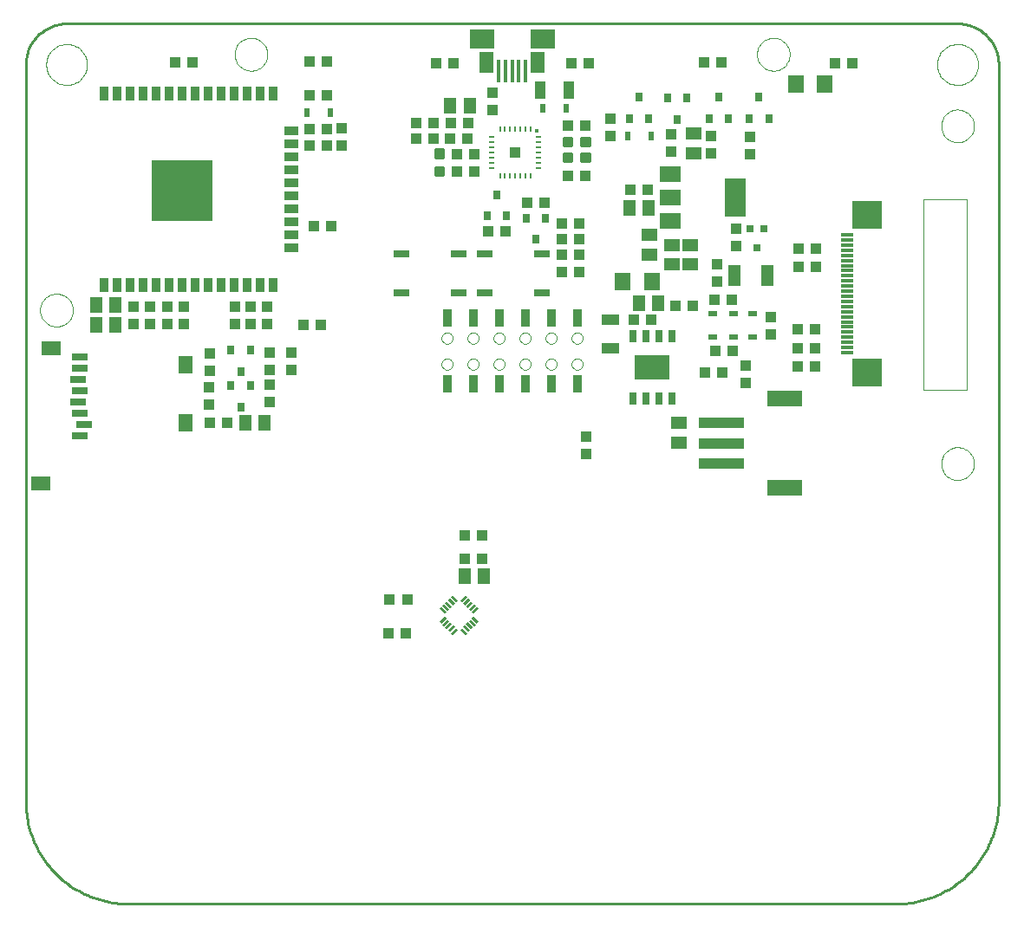
<source format=gtp>
G75*
%MOIN*%
%OFA0B0*%
%FSLAX24Y24*%
%IPPOS*%
%LPD*%
%AMOC8*
5,1,8,0,0,1.08239X$1,22.5*
%
%ADD10C,0.0100*%
%ADD11C,0.0000*%
%ADD12C,0.0039*%
%ADD13R,0.0102X0.0220*%
%ADD14R,0.0394X0.0394*%
%ADD15R,0.0118X0.0118*%
%ADD16R,0.0220X0.0102*%
%ADD17R,0.0177X0.0906*%
%ADD18R,0.0935X0.0748*%
%ADD19R,0.0581X0.0827*%
%ADD20R,0.0512X0.0591*%
%ADD21R,0.0394X0.0709*%
%ADD22R,0.0248X0.0327*%
%ADD23R,0.0315X0.0354*%
%ADD24R,0.0394X0.0433*%
%ADD25R,0.0433X0.0394*%
%ADD26R,0.0276X0.0276*%
%ADD27R,0.0327X0.0248*%
%ADD28R,0.0591X0.0512*%
%ADD29R,0.1181X0.1063*%
%ADD30R,0.0472X0.0118*%
%ADD31R,0.0472X0.0787*%
%ADD32R,0.0787X0.0591*%
%ADD33R,0.0787X0.1496*%
%ADD34R,0.0551X0.0709*%
%ADD35R,0.0748X0.0551*%
%ADD36R,0.0591X0.0315*%
%ADD37C,0.0118*%
%ADD38R,0.0354X0.0551*%
%ADD39R,0.0551X0.0354*%
%ADD40R,0.2362X0.2362*%
%ADD41R,0.0630X0.0710*%
%ADD42R,0.0709X0.0394*%
%ADD43R,0.1772X0.0394*%
%ADD44R,0.1339X0.0591*%
%ADD45R,0.0600X0.0300*%
%ADD46R,0.0354X0.0709*%
%ADD47R,0.0299X0.0500*%
%ADD48R,0.1339X0.0945*%
%ADD49R,0.0100X0.0280*%
D10*
X005927Y004947D02*
X035455Y004947D01*
X035579Y004949D01*
X035702Y004955D01*
X035826Y004964D01*
X035948Y004978D01*
X036071Y004995D01*
X036193Y005017D01*
X036314Y005042D01*
X036434Y005071D01*
X036553Y005103D01*
X036672Y005140D01*
X036789Y005180D01*
X036904Y005223D01*
X037019Y005271D01*
X037131Y005322D01*
X037242Y005376D01*
X037352Y005434D01*
X037459Y005495D01*
X037565Y005560D01*
X037668Y005628D01*
X037769Y005699D01*
X037868Y005773D01*
X037965Y005850D01*
X038059Y005931D01*
X038150Y006014D01*
X038239Y006100D01*
X038325Y006189D01*
X038408Y006280D01*
X038489Y006374D01*
X038566Y006471D01*
X038640Y006570D01*
X038711Y006671D01*
X038779Y006774D01*
X038844Y006880D01*
X038905Y006987D01*
X038963Y007097D01*
X039017Y007208D01*
X039068Y007320D01*
X039116Y007435D01*
X039159Y007550D01*
X039199Y007667D01*
X039236Y007786D01*
X039268Y007905D01*
X039297Y008025D01*
X039322Y008146D01*
X039344Y008268D01*
X039361Y008391D01*
X039375Y008513D01*
X039384Y008637D01*
X039390Y008760D01*
X039392Y008884D01*
X039392Y037231D01*
X039390Y037308D01*
X039384Y037385D01*
X039375Y037462D01*
X039362Y037538D01*
X039345Y037614D01*
X039324Y037688D01*
X039300Y037762D01*
X039272Y037834D01*
X039241Y037904D01*
X039206Y037973D01*
X039168Y038041D01*
X039127Y038106D01*
X039082Y038169D01*
X039034Y038230D01*
X038984Y038289D01*
X038931Y038345D01*
X038875Y038398D01*
X038816Y038448D01*
X038755Y038496D01*
X038692Y038541D01*
X038627Y038582D01*
X038559Y038620D01*
X038490Y038655D01*
X038420Y038686D01*
X038348Y038714D01*
X038274Y038738D01*
X038200Y038759D01*
X038124Y038776D01*
X038048Y038789D01*
X037971Y038798D01*
X037894Y038804D01*
X037817Y038806D01*
X003565Y038806D01*
X003488Y038804D01*
X003411Y038798D01*
X003334Y038789D01*
X003258Y038776D01*
X003182Y038759D01*
X003108Y038738D01*
X003034Y038714D01*
X002962Y038686D01*
X002892Y038655D01*
X002823Y038620D01*
X002755Y038582D01*
X002690Y038541D01*
X002627Y038496D01*
X002566Y038448D01*
X002507Y038398D01*
X002451Y038345D01*
X002398Y038289D01*
X002348Y038230D01*
X002300Y038169D01*
X002255Y038106D01*
X002214Y038041D01*
X002176Y037973D01*
X002141Y037904D01*
X002110Y037834D01*
X002082Y037762D01*
X002058Y037688D01*
X002037Y037614D01*
X002020Y037538D01*
X002007Y037462D01*
X001998Y037385D01*
X001992Y037308D01*
X001990Y037231D01*
X001990Y008884D01*
X001992Y008760D01*
X001998Y008637D01*
X002007Y008513D01*
X002021Y008391D01*
X002038Y008268D01*
X002060Y008146D01*
X002085Y008025D01*
X002114Y007905D01*
X002146Y007786D01*
X002183Y007667D01*
X002223Y007550D01*
X002266Y007435D01*
X002314Y007320D01*
X002365Y007208D01*
X002419Y007097D01*
X002477Y006987D01*
X002538Y006880D01*
X002603Y006774D01*
X002671Y006671D01*
X002742Y006570D01*
X002816Y006471D01*
X002893Y006374D01*
X002974Y006280D01*
X003057Y006189D01*
X003143Y006100D01*
X003232Y006014D01*
X003323Y005931D01*
X003417Y005850D01*
X003514Y005773D01*
X003613Y005699D01*
X003714Y005628D01*
X003817Y005560D01*
X003923Y005495D01*
X004030Y005434D01*
X004140Y005376D01*
X004251Y005322D01*
X004363Y005271D01*
X004478Y005223D01*
X004593Y005180D01*
X004710Y005140D01*
X004829Y005103D01*
X004948Y005071D01*
X005068Y005042D01*
X005189Y005017D01*
X005311Y004995D01*
X005434Y004978D01*
X005556Y004964D01*
X005680Y004955D01*
X005803Y004949D01*
X005927Y004947D01*
D11*
X017974Y025707D02*
X017976Y025736D01*
X017982Y025764D01*
X017991Y025792D01*
X018004Y025818D01*
X018021Y025841D01*
X018040Y025863D01*
X018062Y025882D01*
X018087Y025897D01*
X018113Y025910D01*
X018141Y025918D01*
X018169Y025923D01*
X018198Y025924D01*
X018227Y025921D01*
X018255Y025914D01*
X018282Y025904D01*
X018308Y025890D01*
X018331Y025873D01*
X018352Y025853D01*
X018370Y025830D01*
X018385Y025805D01*
X018396Y025778D01*
X018404Y025750D01*
X018408Y025721D01*
X018408Y025693D01*
X018404Y025664D01*
X018396Y025636D01*
X018385Y025609D01*
X018370Y025584D01*
X018352Y025561D01*
X018331Y025541D01*
X018308Y025524D01*
X018282Y025510D01*
X018255Y025500D01*
X018227Y025493D01*
X018198Y025490D01*
X018169Y025491D01*
X018141Y025496D01*
X018113Y025504D01*
X018087Y025517D01*
X018062Y025532D01*
X018040Y025551D01*
X018021Y025573D01*
X018004Y025596D01*
X017991Y025622D01*
X017982Y025650D01*
X017976Y025678D01*
X017974Y025707D01*
X017974Y026707D02*
X017976Y026736D01*
X017982Y026764D01*
X017991Y026792D01*
X018004Y026818D01*
X018021Y026841D01*
X018040Y026863D01*
X018062Y026882D01*
X018087Y026897D01*
X018113Y026910D01*
X018141Y026918D01*
X018169Y026923D01*
X018198Y026924D01*
X018227Y026921D01*
X018255Y026914D01*
X018282Y026904D01*
X018308Y026890D01*
X018331Y026873D01*
X018352Y026853D01*
X018370Y026830D01*
X018385Y026805D01*
X018396Y026778D01*
X018404Y026750D01*
X018408Y026721D01*
X018408Y026693D01*
X018404Y026664D01*
X018396Y026636D01*
X018385Y026609D01*
X018370Y026584D01*
X018352Y026561D01*
X018331Y026541D01*
X018308Y026524D01*
X018282Y026510D01*
X018255Y026500D01*
X018227Y026493D01*
X018198Y026490D01*
X018169Y026491D01*
X018141Y026496D01*
X018113Y026504D01*
X018087Y026517D01*
X018062Y026532D01*
X018040Y026551D01*
X018021Y026573D01*
X018004Y026596D01*
X017991Y026622D01*
X017982Y026650D01*
X017976Y026678D01*
X017974Y026707D01*
X018974Y026707D02*
X018976Y026736D01*
X018982Y026764D01*
X018991Y026792D01*
X019004Y026818D01*
X019021Y026841D01*
X019040Y026863D01*
X019062Y026882D01*
X019087Y026897D01*
X019113Y026910D01*
X019141Y026918D01*
X019169Y026923D01*
X019198Y026924D01*
X019227Y026921D01*
X019255Y026914D01*
X019282Y026904D01*
X019308Y026890D01*
X019331Y026873D01*
X019352Y026853D01*
X019370Y026830D01*
X019385Y026805D01*
X019396Y026778D01*
X019404Y026750D01*
X019408Y026721D01*
X019408Y026693D01*
X019404Y026664D01*
X019396Y026636D01*
X019385Y026609D01*
X019370Y026584D01*
X019352Y026561D01*
X019331Y026541D01*
X019308Y026524D01*
X019282Y026510D01*
X019255Y026500D01*
X019227Y026493D01*
X019198Y026490D01*
X019169Y026491D01*
X019141Y026496D01*
X019113Y026504D01*
X019087Y026517D01*
X019062Y026532D01*
X019040Y026551D01*
X019021Y026573D01*
X019004Y026596D01*
X018991Y026622D01*
X018982Y026650D01*
X018976Y026678D01*
X018974Y026707D01*
X018974Y025707D02*
X018976Y025736D01*
X018982Y025764D01*
X018991Y025792D01*
X019004Y025818D01*
X019021Y025841D01*
X019040Y025863D01*
X019062Y025882D01*
X019087Y025897D01*
X019113Y025910D01*
X019141Y025918D01*
X019169Y025923D01*
X019198Y025924D01*
X019227Y025921D01*
X019255Y025914D01*
X019282Y025904D01*
X019308Y025890D01*
X019331Y025873D01*
X019352Y025853D01*
X019370Y025830D01*
X019385Y025805D01*
X019396Y025778D01*
X019404Y025750D01*
X019408Y025721D01*
X019408Y025693D01*
X019404Y025664D01*
X019396Y025636D01*
X019385Y025609D01*
X019370Y025584D01*
X019352Y025561D01*
X019331Y025541D01*
X019308Y025524D01*
X019282Y025510D01*
X019255Y025500D01*
X019227Y025493D01*
X019198Y025490D01*
X019169Y025491D01*
X019141Y025496D01*
X019113Y025504D01*
X019087Y025517D01*
X019062Y025532D01*
X019040Y025551D01*
X019021Y025573D01*
X019004Y025596D01*
X018991Y025622D01*
X018982Y025650D01*
X018976Y025678D01*
X018974Y025707D01*
X019974Y025707D02*
X019976Y025736D01*
X019982Y025764D01*
X019991Y025792D01*
X020004Y025818D01*
X020021Y025841D01*
X020040Y025863D01*
X020062Y025882D01*
X020087Y025897D01*
X020113Y025910D01*
X020141Y025918D01*
X020169Y025923D01*
X020198Y025924D01*
X020227Y025921D01*
X020255Y025914D01*
X020282Y025904D01*
X020308Y025890D01*
X020331Y025873D01*
X020352Y025853D01*
X020370Y025830D01*
X020385Y025805D01*
X020396Y025778D01*
X020404Y025750D01*
X020408Y025721D01*
X020408Y025693D01*
X020404Y025664D01*
X020396Y025636D01*
X020385Y025609D01*
X020370Y025584D01*
X020352Y025561D01*
X020331Y025541D01*
X020308Y025524D01*
X020282Y025510D01*
X020255Y025500D01*
X020227Y025493D01*
X020198Y025490D01*
X020169Y025491D01*
X020141Y025496D01*
X020113Y025504D01*
X020087Y025517D01*
X020062Y025532D01*
X020040Y025551D01*
X020021Y025573D01*
X020004Y025596D01*
X019991Y025622D01*
X019982Y025650D01*
X019976Y025678D01*
X019974Y025707D01*
X019974Y026707D02*
X019976Y026736D01*
X019982Y026764D01*
X019991Y026792D01*
X020004Y026818D01*
X020021Y026841D01*
X020040Y026863D01*
X020062Y026882D01*
X020087Y026897D01*
X020113Y026910D01*
X020141Y026918D01*
X020169Y026923D01*
X020198Y026924D01*
X020227Y026921D01*
X020255Y026914D01*
X020282Y026904D01*
X020308Y026890D01*
X020331Y026873D01*
X020352Y026853D01*
X020370Y026830D01*
X020385Y026805D01*
X020396Y026778D01*
X020404Y026750D01*
X020408Y026721D01*
X020408Y026693D01*
X020404Y026664D01*
X020396Y026636D01*
X020385Y026609D01*
X020370Y026584D01*
X020352Y026561D01*
X020331Y026541D01*
X020308Y026524D01*
X020282Y026510D01*
X020255Y026500D01*
X020227Y026493D01*
X020198Y026490D01*
X020169Y026491D01*
X020141Y026496D01*
X020113Y026504D01*
X020087Y026517D01*
X020062Y026532D01*
X020040Y026551D01*
X020021Y026573D01*
X020004Y026596D01*
X019991Y026622D01*
X019982Y026650D01*
X019976Y026678D01*
X019974Y026707D01*
X020974Y026707D02*
X020976Y026736D01*
X020982Y026764D01*
X020991Y026792D01*
X021004Y026818D01*
X021021Y026841D01*
X021040Y026863D01*
X021062Y026882D01*
X021087Y026897D01*
X021113Y026910D01*
X021141Y026918D01*
X021169Y026923D01*
X021198Y026924D01*
X021227Y026921D01*
X021255Y026914D01*
X021282Y026904D01*
X021308Y026890D01*
X021331Y026873D01*
X021352Y026853D01*
X021370Y026830D01*
X021385Y026805D01*
X021396Y026778D01*
X021404Y026750D01*
X021408Y026721D01*
X021408Y026693D01*
X021404Y026664D01*
X021396Y026636D01*
X021385Y026609D01*
X021370Y026584D01*
X021352Y026561D01*
X021331Y026541D01*
X021308Y026524D01*
X021282Y026510D01*
X021255Y026500D01*
X021227Y026493D01*
X021198Y026490D01*
X021169Y026491D01*
X021141Y026496D01*
X021113Y026504D01*
X021087Y026517D01*
X021062Y026532D01*
X021040Y026551D01*
X021021Y026573D01*
X021004Y026596D01*
X020991Y026622D01*
X020982Y026650D01*
X020976Y026678D01*
X020974Y026707D01*
X020974Y025707D02*
X020976Y025736D01*
X020982Y025764D01*
X020991Y025792D01*
X021004Y025818D01*
X021021Y025841D01*
X021040Y025863D01*
X021062Y025882D01*
X021087Y025897D01*
X021113Y025910D01*
X021141Y025918D01*
X021169Y025923D01*
X021198Y025924D01*
X021227Y025921D01*
X021255Y025914D01*
X021282Y025904D01*
X021308Y025890D01*
X021331Y025873D01*
X021352Y025853D01*
X021370Y025830D01*
X021385Y025805D01*
X021396Y025778D01*
X021404Y025750D01*
X021408Y025721D01*
X021408Y025693D01*
X021404Y025664D01*
X021396Y025636D01*
X021385Y025609D01*
X021370Y025584D01*
X021352Y025561D01*
X021331Y025541D01*
X021308Y025524D01*
X021282Y025510D01*
X021255Y025500D01*
X021227Y025493D01*
X021198Y025490D01*
X021169Y025491D01*
X021141Y025496D01*
X021113Y025504D01*
X021087Y025517D01*
X021062Y025532D01*
X021040Y025551D01*
X021021Y025573D01*
X021004Y025596D01*
X020991Y025622D01*
X020982Y025650D01*
X020976Y025678D01*
X020974Y025707D01*
X021974Y025707D02*
X021976Y025736D01*
X021982Y025764D01*
X021991Y025792D01*
X022004Y025818D01*
X022021Y025841D01*
X022040Y025863D01*
X022062Y025882D01*
X022087Y025897D01*
X022113Y025910D01*
X022141Y025918D01*
X022169Y025923D01*
X022198Y025924D01*
X022227Y025921D01*
X022255Y025914D01*
X022282Y025904D01*
X022308Y025890D01*
X022331Y025873D01*
X022352Y025853D01*
X022370Y025830D01*
X022385Y025805D01*
X022396Y025778D01*
X022404Y025750D01*
X022408Y025721D01*
X022408Y025693D01*
X022404Y025664D01*
X022396Y025636D01*
X022385Y025609D01*
X022370Y025584D01*
X022352Y025561D01*
X022331Y025541D01*
X022308Y025524D01*
X022282Y025510D01*
X022255Y025500D01*
X022227Y025493D01*
X022198Y025490D01*
X022169Y025491D01*
X022141Y025496D01*
X022113Y025504D01*
X022087Y025517D01*
X022062Y025532D01*
X022040Y025551D01*
X022021Y025573D01*
X022004Y025596D01*
X021991Y025622D01*
X021982Y025650D01*
X021976Y025678D01*
X021974Y025707D01*
X021974Y026707D02*
X021976Y026736D01*
X021982Y026764D01*
X021991Y026792D01*
X022004Y026818D01*
X022021Y026841D01*
X022040Y026863D01*
X022062Y026882D01*
X022087Y026897D01*
X022113Y026910D01*
X022141Y026918D01*
X022169Y026923D01*
X022198Y026924D01*
X022227Y026921D01*
X022255Y026914D01*
X022282Y026904D01*
X022308Y026890D01*
X022331Y026873D01*
X022352Y026853D01*
X022370Y026830D01*
X022385Y026805D01*
X022396Y026778D01*
X022404Y026750D01*
X022408Y026721D01*
X022408Y026693D01*
X022404Y026664D01*
X022396Y026636D01*
X022385Y026609D01*
X022370Y026584D01*
X022352Y026561D01*
X022331Y026541D01*
X022308Y026524D01*
X022282Y026510D01*
X022255Y026500D01*
X022227Y026493D01*
X022198Y026490D01*
X022169Y026491D01*
X022141Y026496D01*
X022113Y026504D01*
X022087Y026517D01*
X022062Y026532D01*
X022040Y026551D01*
X022021Y026573D01*
X022004Y026596D01*
X021991Y026622D01*
X021982Y026650D01*
X021976Y026678D01*
X021974Y026707D01*
X022974Y026707D02*
X022976Y026736D01*
X022982Y026764D01*
X022991Y026792D01*
X023004Y026818D01*
X023021Y026841D01*
X023040Y026863D01*
X023062Y026882D01*
X023087Y026897D01*
X023113Y026910D01*
X023141Y026918D01*
X023169Y026923D01*
X023198Y026924D01*
X023227Y026921D01*
X023255Y026914D01*
X023282Y026904D01*
X023308Y026890D01*
X023331Y026873D01*
X023352Y026853D01*
X023370Y026830D01*
X023385Y026805D01*
X023396Y026778D01*
X023404Y026750D01*
X023408Y026721D01*
X023408Y026693D01*
X023404Y026664D01*
X023396Y026636D01*
X023385Y026609D01*
X023370Y026584D01*
X023352Y026561D01*
X023331Y026541D01*
X023308Y026524D01*
X023282Y026510D01*
X023255Y026500D01*
X023227Y026493D01*
X023198Y026490D01*
X023169Y026491D01*
X023141Y026496D01*
X023113Y026504D01*
X023087Y026517D01*
X023062Y026532D01*
X023040Y026551D01*
X023021Y026573D01*
X023004Y026596D01*
X022991Y026622D01*
X022982Y026650D01*
X022976Y026678D01*
X022974Y026707D01*
X022974Y025707D02*
X022976Y025736D01*
X022982Y025764D01*
X022991Y025792D01*
X023004Y025818D01*
X023021Y025841D01*
X023040Y025863D01*
X023062Y025882D01*
X023087Y025897D01*
X023113Y025910D01*
X023141Y025918D01*
X023169Y025923D01*
X023198Y025924D01*
X023227Y025921D01*
X023255Y025914D01*
X023282Y025904D01*
X023308Y025890D01*
X023331Y025873D01*
X023352Y025853D01*
X023370Y025830D01*
X023385Y025805D01*
X023396Y025778D01*
X023404Y025750D01*
X023408Y025721D01*
X023408Y025693D01*
X023404Y025664D01*
X023396Y025636D01*
X023385Y025609D01*
X023370Y025584D01*
X023352Y025561D01*
X023331Y025541D01*
X023308Y025524D01*
X023282Y025510D01*
X023255Y025500D01*
X023227Y025493D01*
X023198Y025490D01*
X023169Y025491D01*
X023141Y025496D01*
X023113Y025504D01*
X023087Y025517D01*
X023062Y025532D01*
X023040Y025551D01*
X023021Y025573D01*
X023004Y025596D01*
X022991Y025622D01*
X022982Y025650D01*
X022976Y025678D01*
X022974Y025707D01*
X030101Y037624D02*
X030103Y037674D01*
X030109Y037724D01*
X030119Y037773D01*
X030133Y037821D01*
X030150Y037868D01*
X030171Y037913D01*
X030196Y037957D01*
X030224Y037998D01*
X030256Y038037D01*
X030290Y038074D01*
X030327Y038108D01*
X030367Y038138D01*
X030409Y038165D01*
X030453Y038189D01*
X030499Y038210D01*
X030546Y038226D01*
X030594Y038239D01*
X030644Y038248D01*
X030693Y038253D01*
X030744Y038254D01*
X030794Y038251D01*
X030843Y038244D01*
X030892Y038233D01*
X030940Y038218D01*
X030986Y038200D01*
X031031Y038178D01*
X031074Y038152D01*
X031115Y038123D01*
X031154Y038091D01*
X031190Y038056D01*
X031222Y038018D01*
X031252Y037978D01*
X031279Y037935D01*
X031302Y037891D01*
X031321Y037845D01*
X031337Y037797D01*
X031349Y037748D01*
X031357Y037699D01*
X031361Y037649D01*
X031361Y037599D01*
X031357Y037549D01*
X031349Y037500D01*
X031337Y037451D01*
X031321Y037403D01*
X031302Y037357D01*
X031279Y037313D01*
X031252Y037270D01*
X031222Y037230D01*
X031190Y037192D01*
X031154Y037157D01*
X031115Y037125D01*
X031074Y037096D01*
X031031Y037070D01*
X030986Y037048D01*
X030940Y037030D01*
X030892Y037015D01*
X030843Y037004D01*
X030794Y036997D01*
X030744Y036994D01*
X030693Y036995D01*
X030644Y037000D01*
X030594Y037009D01*
X030546Y037022D01*
X030499Y037038D01*
X030453Y037059D01*
X030409Y037083D01*
X030367Y037110D01*
X030327Y037140D01*
X030290Y037174D01*
X030256Y037211D01*
X030224Y037250D01*
X030196Y037291D01*
X030171Y037335D01*
X030150Y037380D01*
X030133Y037427D01*
X030119Y037475D01*
X030109Y037524D01*
X030103Y037574D01*
X030101Y037624D01*
X036518Y032034D02*
X036518Y031561D01*
X037187Y034869D02*
X037189Y034919D01*
X037195Y034969D01*
X037205Y035018D01*
X037219Y035066D01*
X037236Y035113D01*
X037257Y035158D01*
X037282Y035202D01*
X037310Y035243D01*
X037342Y035282D01*
X037376Y035319D01*
X037413Y035353D01*
X037453Y035383D01*
X037495Y035410D01*
X037539Y035434D01*
X037585Y035455D01*
X037632Y035471D01*
X037680Y035484D01*
X037730Y035493D01*
X037779Y035498D01*
X037830Y035499D01*
X037880Y035496D01*
X037929Y035489D01*
X037978Y035478D01*
X038026Y035463D01*
X038072Y035445D01*
X038117Y035423D01*
X038160Y035397D01*
X038201Y035368D01*
X038240Y035336D01*
X038276Y035301D01*
X038308Y035263D01*
X038338Y035223D01*
X038365Y035180D01*
X038388Y035136D01*
X038407Y035090D01*
X038423Y035042D01*
X038435Y034993D01*
X038443Y034944D01*
X038447Y034894D01*
X038447Y034844D01*
X038443Y034794D01*
X038435Y034745D01*
X038423Y034696D01*
X038407Y034648D01*
X038388Y034602D01*
X038365Y034558D01*
X038338Y034515D01*
X038308Y034475D01*
X038276Y034437D01*
X038240Y034402D01*
X038201Y034370D01*
X038160Y034341D01*
X038117Y034315D01*
X038072Y034293D01*
X038026Y034275D01*
X037978Y034260D01*
X037929Y034249D01*
X037880Y034242D01*
X037830Y034239D01*
X037779Y034240D01*
X037730Y034245D01*
X037680Y034254D01*
X037632Y034267D01*
X037585Y034283D01*
X037539Y034304D01*
X037495Y034328D01*
X037453Y034355D01*
X037413Y034385D01*
X037376Y034419D01*
X037342Y034456D01*
X037310Y034495D01*
X037282Y034536D01*
X037257Y034580D01*
X037236Y034625D01*
X037219Y034672D01*
X037205Y034720D01*
X037195Y034769D01*
X037189Y034819D01*
X037187Y034869D01*
X037030Y037231D02*
X037032Y037287D01*
X037038Y037342D01*
X037048Y037396D01*
X037061Y037450D01*
X037079Y037503D01*
X037100Y037554D01*
X037124Y037604D01*
X037152Y037652D01*
X037184Y037698D01*
X037218Y037742D01*
X037256Y037783D01*
X037296Y037821D01*
X037339Y037856D01*
X037384Y037888D01*
X037432Y037917D01*
X037481Y037943D01*
X037532Y037965D01*
X037584Y037983D01*
X037638Y037997D01*
X037693Y038008D01*
X037748Y038015D01*
X037803Y038018D01*
X037859Y038017D01*
X037914Y038012D01*
X037969Y038003D01*
X038023Y037991D01*
X038076Y037974D01*
X038128Y037954D01*
X038178Y037930D01*
X038226Y037903D01*
X038273Y037873D01*
X038317Y037839D01*
X038359Y037802D01*
X038397Y037762D01*
X038434Y037720D01*
X038467Y037675D01*
X038496Y037629D01*
X038523Y037580D01*
X038545Y037529D01*
X038565Y037477D01*
X038580Y037423D01*
X038592Y037369D01*
X038600Y037314D01*
X038604Y037259D01*
X038604Y037203D01*
X038600Y037148D01*
X038592Y037093D01*
X038580Y037039D01*
X038565Y036985D01*
X038545Y036933D01*
X038523Y036882D01*
X038496Y036833D01*
X038467Y036787D01*
X038434Y036742D01*
X038397Y036700D01*
X038359Y036660D01*
X038317Y036623D01*
X038273Y036589D01*
X038226Y036559D01*
X038178Y036532D01*
X038128Y036508D01*
X038076Y036488D01*
X038023Y036471D01*
X037969Y036459D01*
X037914Y036450D01*
X037859Y036445D01*
X037803Y036444D01*
X037748Y036447D01*
X037693Y036454D01*
X037638Y036465D01*
X037584Y036479D01*
X037532Y036497D01*
X037481Y036519D01*
X037432Y036545D01*
X037384Y036574D01*
X037339Y036606D01*
X037296Y036641D01*
X037256Y036679D01*
X037218Y036720D01*
X037184Y036764D01*
X037152Y036810D01*
X037124Y036858D01*
X037100Y036908D01*
X037079Y036959D01*
X037061Y037012D01*
X037048Y037066D01*
X037038Y037120D01*
X037032Y037175D01*
X037030Y037231D01*
X037187Y021876D02*
X037189Y021926D01*
X037195Y021976D01*
X037205Y022025D01*
X037219Y022073D01*
X037236Y022120D01*
X037257Y022165D01*
X037282Y022209D01*
X037310Y022250D01*
X037342Y022289D01*
X037376Y022326D01*
X037413Y022360D01*
X037453Y022390D01*
X037495Y022417D01*
X037539Y022441D01*
X037585Y022462D01*
X037632Y022478D01*
X037680Y022491D01*
X037730Y022500D01*
X037779Y022505D01*
X037830Y022506D01*
X037880Y022503D01*
X037929Y022496D01*
X037978Y022485D01*
X038026Y022470D01*
X038072Y022452D01*
X038117Y022430D01*
X038160Y022404D01*
X038201Y022375D01*
X038240Y022343D01*
X038276Y022308D01*
X038308Y022270D01*
X038338Y022230D01*
X038365Y022187D01*
X038388Y022143D01*
X038407Y022097D01*
X038423Y022049D01*
X038435Y022000D01*
X038443Y021951D01*
X038447Y021901D01*
X038447Y021851D01*
X038443Y021801D01*
X038435Y021752D01*
X038423Y021703D01*
X038407Y021655D01*
X038388Y021609D01*
X038365Y021565D01*
X038338Y021522D01*
X038308Y021482D01*
X038276Y021444D01*
X038240Y021409D01*
X038201Y021377D01*
X038160Y021348D01*
X038117Y021322D01*
X038072Y021300D01*
X038026Y021282D01*
X037978Y021267D01*
X037929Y021256D01*
X037880Y021249D01*
X037830Y021246D01*
X037779Y021247D01*
X037730Y021252D01*
X037680Y021261D01*
X037632Y021274D01*
X037585Y021290D01*
X037539Y021311D01*
X037495Y021335D01*
X037453Y021362D01*
X037413Y021392D01*
X037376Y021426D01*
X037342Y021463D01*
X037310Y021502D01*
X037282Y021543D01*
X037257Y021587D01*
X037236Y021632D01*
X037219Y021679D01*
X037205Y021727D01*
X037195Y021776D01*
X037189Y021826D01*
X037187Y021876D01*
X010022Y037624D02*
X010024Y037674D01*
X010030Y037724D01*
X010040Y037773D01*
X010054Y037821D01*
X010071Y037868D01*
X010092Y037913D01*
X010117Y037957D01*
X010145Y037998D01*
X010177Y038037D01*
X010211Y038074D01*
X010248Y038108D01*
X010288Y038138D01*
X010330Y038165D01*
X010374Y038189D01*
X010420Y038210D01*
X010467Y038226D01*
X010515Y038239D01*
X010565Y038248D01*
X010614Y038253D01*
X010665Y038254D01*
X010715Y038251D01*
X010764Y038244D01*
X010813Y038233D01*
X010861Y038218D01*
X010907Y038200D01*
X010952Y038178D01*
X010995Y038152D01*
X011036Y038123D01*
X011075Y038091D01*
X011111Y038056D01*
X011143Y038018D01*
X011173Y037978D01*
X011200Y037935D01*
X011223Y037891D01*
X011242Y037845D01*
X011258Y037797D01*
X011270Y037748D01*
X011278Y037699D01*
X011282Y037649D01*
X011282Y037599D01*
X011278Y037549D01*
X011270Y037500D01*
X011258Y037451D01*
X011242Y037403D01*
X011223Y037357D01*
X011200Y037313D01*
X011173Y037270D01*
X011143Y037230D01*
X011111Y037192D01*
X011075Y037157D01*
X011036Y037125D01*
X010995Y037096D01*
X010952Y037070D01*
X010907Y037048D01*
X010861Y037030D01*
X010813Y037015D01*
X010764Y037004D01*
X010715Y036997D01*
X010665Y036994D01*
X010614Y036995D01*
X010565Y037000D01*
X010515Y037009D01*
X010467Y037022D01*
X010420Y037038D01*
X010374Y037059D01*
X010330Y037083D01*
X010288Y037110D01*
X010248Y037140D01*
X010211Y037174D01*
X010177Y037211D01*
X010145Y037250D01*
X010117Y037291D01*
X010092Y037335D01*
X010071Y037380D01*
X010054Y037427D01*
X010040Y037475D01*
X010030Y037524D01*
X010024Y037574D01*
X010022Y037624D01*
X002778Y037231D02*
X002780Y037287D01*
X002786Y037342D01*
X002796Y037396D01*
X002809Y037450D01*
X002827Y037503D01*
X002848Y037554D01*
X002872Y037604D01*
X002900Y037652D01*
X002932Y037698D01*
X002966Y037742D01*
X003004Y037783D01*
X003044Y037821D01*
X003087Y037856D01*
X003132Y037888D01*
X003180Y037917D01*
X003229Y037943D01*
X003280Y037965D01*
X003332Y037983D01*
X003386Y037997D01*
X003441Y038008D01*
X003496Y038015D01*
X003551Y038018D01*
X003607Y038017D01*
X003662Y038012D01*
X003717Y038003D01*
X003771Y037991D01*
X003824Y037974D01*
X003876Y037954D01*
X003926Y037930D01*
X003974Y037903D01*
X004021Y037873D01*
X004065Y037839D01*
X004107Y037802D01*
X004145Y037762D01*
X004182Y037720D01*
X004215Y037675D01*
X004244Y037629D01*
X004271Y037580D01*
X004293Y037529D01*
X004313Y037477D01*
X004328Y037423D01*
X004340Y037369D01*
X004348Y037314D01*
X004352Y037259D01*
X004352Y037203D01*
X004348Y037148D01*
X004340Y037093D01*
X004328Y037039D01*
X004313Y036985D01*
X004293Y036933D01*
X004271Y036882D01*
X004244Y036833D01*
X004215Y036787D01*
X004182Y036742D01*
X004145Y036700D01*
X004107Y036660D01*
X004065Y036623D01*
X004021Y036589D01*
X003974Y036559D01*
X003926Y036532D01*
X003876Y036508D01*
X003824Y036488D01*
X003771Y036471D01*
X003717Y036459D01*
X003662Y036450D01*
X003607Y036445D01*
X003551Y036444D01*
X003496Y036447D01*
X003441Y036454D01*
X003386Y036465D01*
X003332Y036479D01*
X003280Y036497D01*
X003229Y036519D01*
X003180Y036545D01*
X003132Y036574D01*
X003087Y036606D01*
X003044Y036641D01*
X003004Y036679D01*
X002966Y036720D01*
X002932Y036764D01*
X002900Y036810D01*
X002872Y036858D01*
X002848Y036908D01*
X002827Y036959D01*
X002809Y037012D01*
X002796Y037066D01*
X002786Y037120D01*
X002780Y037175D01*
X002778Y037231D01*
X002541Y027782D02*
X002543Y027832D01*
X002549Y027882D01*
X002559Y027931D01*
X002573Y027979D01*
X002590Y028026D01*
X002611Y028071D01*
X002636Y028115D01*
X002664Y028156D01*
X002696Y028195D01*
X002730Y028232D01*
X002767Y028266D01*
X002807Y028296D01*
X002849Y028323D01*
X002893Y028347D01*
X002939Y028368D01*
X002986Y028384D01*
X003034Y028397D01*
X003084Y028406D01*
X003133Y028411D01*
X003184Y028412D01*
X003234Y028409D01*
X003283Y028402D01*
X003332Y028391D01*
X003380Y028376D01*
X003426Y028358D01*
X003471Y028336D01*
X003514Y028310D01*
X003555Y028281D01*
X003594Y028249D01*
X003630Y028214D01*
X003662Y028176D01*
X003692Y028136D01*
X003719Y028093D01*
X003742Y028049D01*
X003761Y028003D01*
X003777Y027955D01*
X003789Y027906D01*
X003797Y027857D01*
X003801Y027807D01*
X003801Y027757D01*
X003797Y027707D01*
X003789Y027658D01*
X003777Y027609D01*
X003761Y027561D01*
X003742Y027515D01*
X003719Y027471D01*
X003692Y027428D01*
X003662Y027388D01*
X003630Y027350D01*
X003594Y027315D01*
X003555Y027283D01*
X003514Y027254D01*
X003471Y027228D01*
X003426Y027206D01*
X003380Y027188D01*
X003332Y027173D01*
X003283Y027162D01*
X003234Y027155D01*
X003184Y027152D01*
X003133Y027153D01*
X003084Y027158D01*
X003034Y027167D01*
X002986Y027180D01*
X002939Y027196D01*
X002893Y027217D01*
X002849Y027241D01*
X002807Y027268D01*
X002767Y027298D01*
X002730Y027332D01*
X002696Y027369D01*
X002664Y027408D01*
X002636Y027449D01*
X002611Y027493D01*
X002590Y027538D01*
X002573Y027585D01*
X002559Y027633D01*
X002549Y027682D01*
X002543Y027732D01*
X002541Y027782D01*
D12*
X036518Y024711D02*
X036518Y032034D01*
X038171Y032034D01*
X038171Y024711D01*
X036518Y024711D01*
D13*
X021400Y032939D03*
X021203Y032939D03*
X021006Y032939D03*
X020809Y032939D03*
X020612Y032939D03*
X020416Y032939D03*
X020219Y032939D03*
X020219Y034750D03*
X020416Y034750D03*
X020612Y034750D03*
X020809Y034750D03*
X021006Y034750D03*
X021203Y034750D03*
X021400Y034750D03*
D14*
X020809Y033845D03*
D15*
X021636Y034672D03*
D16*
X021715Y034436D03*
X021715Y034239D03*
X021715Y034042D03*
X021715Y033845D03*
X021715Y033648D03*
X021715Y033451D03*
X021715Y033254D03*
X019904Y033254D03*
X019904Y033451D03*
X019904Y033648D03*
X019904Y033845D03*
X019904Y034042D03*
X019904Y034239D03*
X019904Y034436D03*
D17*
X020179Y036995D03*
X020435Y036995D03*
X020691Y036995D03*
X020947Y036995D03*
X021203Y036995D03*
D18*
X021853Y038215D03*
X019530Y038215D03*
D19*
X019707Y037310D03*
X021675Y037310D03*
D20*
X019057Y035656D03*
X018309Y035656D03*
X025199Y031719D03*
X025947Y031719D03*
X026301Y028058D03*
X025553Y028058D03*
X019608Y017549D03*
X018860Y017549D03*
X011183Y023451D03*
X010435Y023451D03*
X005435Y027231D03*
X005435Y027979D03*
X004687Y027979D03*
X004687Y027231D03*
D21*
X021754Y036247D03*
X022857Y036247D03*
D22*
X022758Y035538D03*
X021853Y035538D03*
X025120Y034475D03*
X026026Y034475D03*
X013703Y035380D03*
X012797Y035380D03*
D23*
X019727Y031404D03*
X020475Y031404D03*
X021223Y031325D03*
X021971Y031325D03*
X021597Y030499D03*
X020101Y032231D03*
X025199Y035144D03*
X025947Y035144D03*
X025573Y035971D03*
X026656Y035932D03*
X027030Y035105D03*
X027404Y035932D03*
X028270Y035144D03*
X028644Y035971D03*
X029018Y035144D03*
X029805Y035144D03*
X030179Y035971D03*
X030553Y035144D03*
X010632Y026247D03*
X009884Y026247D03*
X010258Y025420D03*
X009884Y024869D03*
X010632Y024869D03*
X010258Y024042D03*
D24*
X011360Y024258D03*
X011360Y024928D03*
X012193Y025491D03*
X012193Y026160D03*
X013073Y031010D03*
X013742Y031010D03*
X013585Y034121D03*
X013585Y034750D03*
X012916Y034750D03*
X012916Y034121D03*
X014149Y034114D03*
X014149Y034784D03*
X017010Y034396D03*
X017679Y034396D03*
X018309Y034396D03*
X018979Y034396D03*
X019943Y035479D03*
X019943Y036148D03*
X022837Y034869D03*
X023506Y034869D03*
X023506Y032939D03*
X022837Y032939D03*
X021931Y031916D03*
X021262Y031916D03*
X020435Y030813D03*
X019766Y030813D03*
X022601Y031128D03*
X023270Y031128D03*
X023270Y029908D03*
X023270Y029239D03*
X022601Y029239D03*
X022601Y029908D03*
X026971Y027939D03*
X027640Y027939D03*
X028565Y028865D03*
X028565Y029534D03*
X030652Y027526D03*
X030652Y026857D03*
X028782Y025380D03*
X028112Y025380D03*
X019548Y019122D03*
X018878Y019122D03*
X016601Y015335D03*
X015931Y015335D03*
X007423Y027250D03*
X007423Y027920D03*
X006754Y027920D03*
X006124Y027920D03*
X006124Y027250D03*
X006754Y027250D03*
D25*
X008053Y027250D03*
X008053Y027920D03*
X009077Y026109D03*
X009077Y025439D03*
X009038Y024810D03*
X009038Y024140D03*
X009057Y023451D03*
X009727Y023451D03*
X011360Y025479D03*
X011360Y026148D03*
X011282Y027250D03*
X011282Y027920D03*
X010652Y027920D03*
X010022Y027920D03*
X010022Y027250D03*
X010652Y027250D03*
X012679Y027231D03*
X013349Y027231D03*
X018565Y033117D03*
X018565Y033786D03*
X019234Y033786D03*
X019234Y033117D03*
X019018Y034987D03*
X018349Y034987D03*
X017679Y034987D03*
X017010Y034987D03*
X017758Y037270D03*
X018427Y037270D03*
X022955Y037270D03*
X023624Y037270D03*
X024471Y035164D03*
X024471Y034495D03*
X025238Y032428D03*
X025908Y032428D03*
X026794Y033865D03*
X026794Y034534D03*
X028329Y034495D03*
X028329Y033825D03*
X029825Y033786D03*
X029825Y034455D03*
X028742Y037310D03*
X028073Y037310D03*
X033112Y037270D03*
X033782Y037270D03*
X029313Y030912D03*
X029313Y030243D03*
X029136Y028176D03*
X028467Y028176D03*
X028506Y026207D03*
X029175Y026207D03*
X029668Y025636D03*
X029668Y024967D03*
X031656Y025617D03*
X032325Y025617D03*
X032325Y026325D03*
X031656Y026325D03*
X031656Y027034D03*
X032325Y027034D03*
X032364Y029436D03*
X031695Y029436D03*
X031695Y030144D03*
X032364Y030144D03*
X026026Y027428D03*
X025357Y027428D03*
X023270Y030499D03*
X022601Y030499D03*
X023526Y022920D03*
X023526Y022250D03*
X019551Y018222D03*
X018882Y018222D03*
X016653Y016664D03*
X015984Y016664D03*
X013585Y036050D03*
X012916Y036050D03*
X012916Y037349D03*
X013585Y037349D03*
X008388Y037310D03*
X007719Y037310D03*
D26*
X029845Y030902D03*
X030357Y030902D03*
X030101Y030174D03*
D27*
X029943Y027644D03*
X029195Y027644D03*
X028408Y027644D03*
X028408Y026739D03*
X029195Y026739D03*
X029943Y026739D03*
D28*
X027542Y029534D03*
X026833Y029534D03*
X026833Y030282D03*
X027542Y030282D03*
X025967Y029928D03*
X025967Y030676D03*
X027660Y033825D03*
X027660Y034573D03*
X027109Y023432D03*
X027109Y022684D03*
D29*
X034345Y025388D03*
X034345Y031436D03*
D30*
X033565Y030676D03*
X033565Y030479D03*
X033565Y030282D03*
X033565Y030085D03*
X033565Y029888D03*
X033565Y029691D03*
X033565Y029495D03*
X033565Y029298D03*
X033565Y029101D03*
X033565Y028904D03*
X033565Y028707D03*
X033565Y028510D03*
X033565Y028313D03*
X033565Y028117D03*
X033565Y027920D03*
X033565Y027723D03*
X033565Y027526D03*
X033565Y027329D03*
X033565Y027132D03*
X033565Y026936D03*
X033565Y026739D03*
X033565Y026542D03*
X033565Y026345D03*
X033565Y026148D03*
D31*
X030494Y029121D03*
X029234Y029121D03*
D32*
X026774Y031207D03*
X026774Y032113D03*
X026774Y033018D03*
D33*
X029254Y032113D03*
D34*
X008132Y025676D03*
X008132Y023432D03*
D35*
X002955Y026306D03*
X002561Y021128D03*
D36*
X004077Y022963D03*
X004234Y023396D03*
X004077Y023829D03*
X003998Y024262D03*
X004077Y024695D03*
X003998Y025128D03*
X004077Y025561D03*
X004077Y025995D03*
D37*
X017758Y033244D02*
X018034Y033244D01*
X018034Y032968D01*
X017758Y032968D01*
X017758Y033244D01*
X017758Y033085D02*
X018034Y033085D01*
X018034Y033202D02*
X017758Y033202D01*
X017758Y033935D02*
X018034Y033935D01*
X018034Y033659D01*
X017758Y033659D01*
X017758Y033935D01*
X017758Y033776D02*
X018034Y033776D01*
X018034Y033893D02*
X017758Y033893D01*
X022964Y033786D02*
X022964Y033510D01*
X022688Y033510D01*
X022688Y033786D01*
X022964Y033786D01*
X022964Y033627D02*
X022688Y033627D01*
X022688Y033744D02*
X022964Y033744D01*
X022964Y034101D02*
X022964Y034377D01*
X022964Y034101D02*
X022688Y034101D01*
X022688Y034377D01*
X022964Y034377D01*
X022964Y034218D02*
X022688Y034218D01*
X022688Y034335D02*
X022964Y034335D01*
X023655Y034377D02*
X023655Y034101D01*
X023379Y034101D01*
X023379Y034377D01*
X023655Y034377D01*
X023655Y034218D02*
X023379Y034218D01*
X023379Y034335D02*
X023655Y034335D01*
X023655Y033786D02*
X023655Y033510D01*
X023379Y033510D01*
X023379Y033786D01*
X023655Y033786D01*
X023655Y033627D02*
X023379Y033627D01*
X023379Y033744D02*
X023655Y033744D01*
D38*
X011486Y036121D03*
X010986Y036121D03*
X010486Y036121D03*
X009986Y036121D03*
X009486Y036121D03*
X008986Y036121D03*
X008486Y036121D03*
X007986Y036121D03*
X007486Y036121D03*
X006986Y036121D03*
X006486Y036121D03*
X005986Y036121D03*
X005486Y036121D03*
X004986Y036121D03*
X004986Y028758D03*
X005486Y028758D03*
X005986Y028758D03*
X006486Y028758D03*
X006986Y028758D03*
X007486Y028758D03*
X007986Y028758D03*
X008486Y028758D03*
X008986Y028758D03*
X009486Y028758D03*
X009986Y028758D03*
X010486Y028758D03*
X010986Y028758D03*
X011486Y028758D03*
D39*
X012195Y030187D03*
X012195Y030687D03*
X012195Y031187D03*
X012195Y031687D03*
X012195Y032187D03*
X012195Y032687D03*
X012195Y033187D03*
X012195Y033687D03*
X012195Y034187D03*
X012195Y034687D03*
D40*
X008014Y032388D03*
D41*
X024934Y028884D03*
X026054Y028884D03*
X031588Y036483D03*
X032708Y036483D03*
D42*
X024471Y027428D03*
X024471Y026325D03*
D43*
X028723Y023451D03*
X028723Y022664D03*
X028723Y021876D03*
D44*
X031183Y020951D03*
X031183Y024376D03*
D45*
X021831Y028449D03*
X021831Y029949D03*
X019631Y029949D03*
X018642Y029949D03*
X018642Y028449D03*
X019631Y028449D03*
X016442Y028449D03*
X016442Y029949D03*
D46*
X018191Y027467D03*
X019191Y027467D03*
X020191Y027467D03*
X021191Y027467D03*
X022191Y027467D03*
X023191Y027467D03*
X023191Y024947D03*
X022191Y024947D03*
X021191Y024947D03*
X020191Y024947D03*
X019191Y024947D03*
X018191Y024947D03*
D47*
X025335Y024382D03*
X025835Y024382D03*
X026335Y024382D03*
X026835Y024382D03*
X026835Y026772D03*
X026335Y026772D03*
X025835Y026772D03*
X025335Y026772D03*
D48*
X026085Y025577D03*
D49*
G36*
X018892Y016806D02*
X018963Y016735D01*
X018766Y016538D01*
X018695Y016609D01*
X018892Y016806D01*
G37*
G36*
X018998Y016699D02*
X019069Y016628D01*
X018872Y016431D01*
X018801Y016502D01*
X018998Y016699D01*
G37*
G36*
X019112Y016586D02*
X019183Y016515D01*
X018986Y016318D01*
X018915Y016389D01*
X019112Y016586D01*
G37*
G36*
X019225Y016473D02*
X019296Y016402D01*
X019099Y016205D01*
X019028Y016276D01*
X019225Y016473D01*
G37*
G36*
X019331Y016367D02*
X019402Y016296D01*
X019205Y016099D01*
X019134Y016170D01*
X019331Y016367D01*
G37*
G36*
X019134Y015928D02*
X019205Y015999D01*
X019402Y015802D01*
X019331Y015731D01*
X019134Y015928D01*
G37*
G36*
X019028Y015822D02*
X019099Y015893D01*
X019296Y015696D01*
X019225Y015625D01*
X019028Y015822D01*
G37*
G36*
X018915Y015709D02*
X018986Y015780D01*
X019183Y015583D01*
X019112Y015512D01*
X018915Y015709D01*
G37*
G36*
X018801Y015596D02*
X018872Y015667D01*
X019069Y015470D01*
X018998Y015399D01*
X018801Y015596D01*
G37*
G36*
X018695Y015490D02*
X018766Y015561D01*
X018963Y015364D01*
X018892Y015293D01*
X018695Y015490D01*
G37*
G36*
X018525Y015561D02*
X018596Y015490D01*
X018399Y015293D01*
X018328Y015364D01*
X018525Y015561D01*
G37*
G36*
X018419Y015667D02*
X018490Y015596D01*
X018293Y015399D01*
X018222Y015470D01*
X018419Y015667D01*
G37*
G36*
X018305Y015780D02*
X018376Y015709D01*
X018179Y015512D01*
X018108Y015583D01*
X018305Y015780D01*
G37*
G36*
X018192Y015893D02*
X018263Y015822D01*
X018066Y015625D01*
X017995Y015696D01*
X018192Y015893D01*
G37*
G36*
X018086Y015999D02*
X018157Y015928D01*
X017960Y015731D01*
X017889Y015802D01*
X018086Y015999D01*
G37*
G36*
X017889Y016296D02*
X017960Y016367D01*
X018157Y016170D01*
X018086Y016099D01*
X017889Y016296D01*
G37*
G36*
X017995Y016402D02*
X018066Y016473D01*
X018263Y016276D01*
X018192Y016205D01*
X017995Y016402D01*
G37*
G36*
X018108Y016515D02*
X018179Y016586D01*
X018376Y016389D01*
X018305Y016318D01*
X018108Y016515D01*
G37*
G36*
X018222Y016628D02*
X018293Y016699D01*
X018490Y016502D01*
X018419Y016431D01*
X018222Y016628D01*
G37*
G36*
X018328Y016735D02*
X018399Y016806D01*
X018596Y016609D01*
X018525Y016538D01*
X018328Y016735D01*
G37*
M02*

</source>
